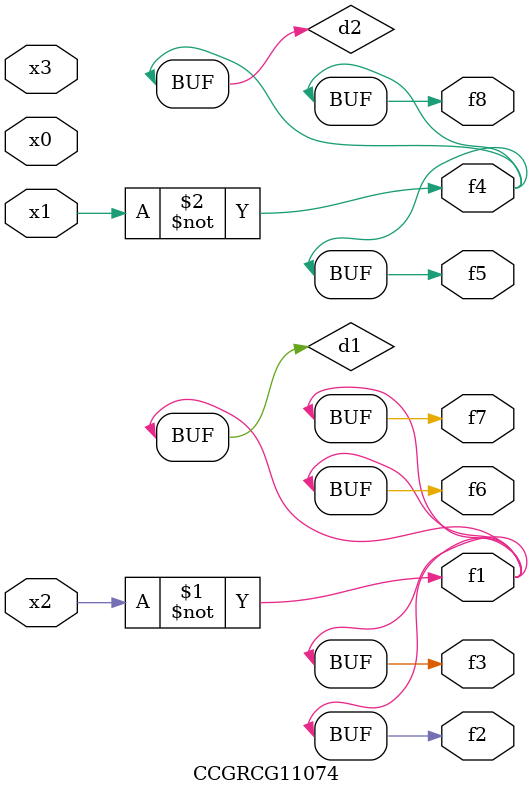
<source format=v>
module CCGRCG11074(
	input x0, x1, x2, x3,
	output f1, f2, f3, f4, f5, f6, f7, f8
);

	wire d1, d2;

	xnor (d1, x2);
	not (d2, x1);
	assign f1 = d1;
	assign f2 = d1;
	assign f3 = d1;
	assign f4 = d2;
	assign f5 = d2;
	assign f6 = d1;
	assign f7 = d1;
	assign f8 = d2;
endmodule

</source>
